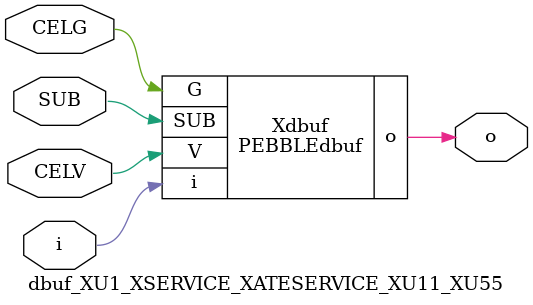
<source format=v>



module PEBBLEdbuf ( o, G, SUB, V, i );

  input V;
  input i;
  input G;
  output o;
  input SUB;
endmodule

//Celera Confidential Do Not Copy dbuf_XU1_XSERVICE_XATESERVICE_XU11_XU55
//Celera Confidential Symbol Generator
//Digital Buffer
module dbuf_XU1_XSERVICE_XATESERVICE_XU11_XU55 (CELV,CELG,i,o,SUB);
input CELV;
input CELG;
input i;
input SUB;
output o;

//Celera Confidential Do Not Copy dbuf
PEBBLEdbuf Xdbuf(
.V (CELV),
.i (i),
.o (o),
.SUB (SUB),
.G (CELG)
);
//,diesize,PEBBLEdbuf

//Celera Confidential Do Not Copy Module End
//Celera Schematic Generator
endmodule

</source>
